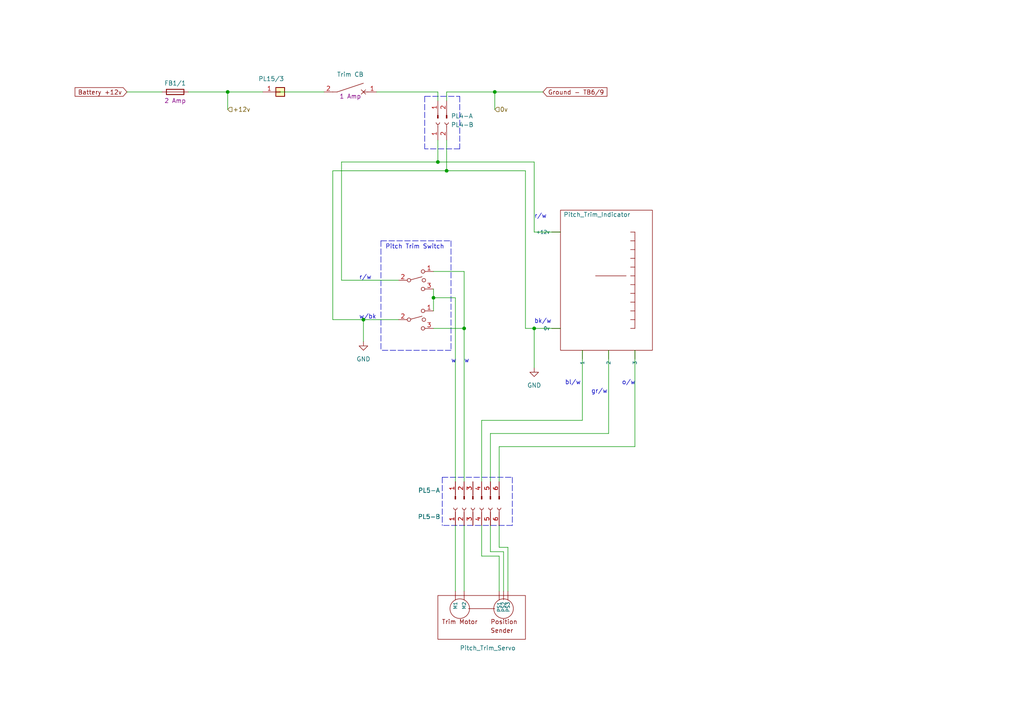
<source format=kicad_sch>
(kicad_sch (version 20211123) (generator eeschema)
  (paper "A4")
  (title_block (title "Europa Trim Circuit") (date "2022-12-22") (rev "2"))
  (lib_symbols
    (symbol "Connector:Conn_01x02_Female" (pin_names (offset 1.016) hide)
      (property "Reference" "J" (at 0 2.54 0))
      (property "Value" "Conn_01x02_Female" (at 0 -5.08 0))
      (symbol "Conn_01x02_Female_1_1"
        (arc (start 0 -2.032) (mid -0.508 -2.54) (end 0 -3.048) (stroke (width 0.1524)))
        (polyline (pts (xy -1.27 -2.54) (xy -0.508 -2.54)) (stroke (width 0.1524)))
        (polyline (pts (xy -1.27 0) (xy -0.508 0)) (stroke (width 0.1524)))
        (arc (start 0 0.508) (mid -0.508 0) (end 0 -0.508) (stroke (width 0.1524)))
        (pin passive line (at -5.08 0 0) (length 3.81) (name "Pin_1") (number "1"))
        (pin passive line (at -5.08 -2.54 0) (length 3.81) (name "Pin_2") (number "2"))
      )
    )
    (symbol "Connector:Conn_01x02_Male" (pin_names (offset 1.016) hide)
      (property "Reference" "J" (at 0 2.54 0))
      (property "Value" "Conn_01x02_Male" (at 0 -5.08 0))
      (symbol "Conn_01x02_Male_1_1"
        (polyline (pts (xy 1.27 -2.54) (xy 0.8636 -2.54)) (stroke (width 0.1524)))
        (polyline (pts (xy 1.27 0) (xy 0.8636 0)) (stroke (width 0.1524)))
        (rectangle (start 0.8636 -2.413) (end 0 -2.667) (stroke (width 0.1524)) (fill (type outline)))
        (rectangle (start 0.8636 0.127) (end 0 -0.127) (stroke (width 0.1524)) (fill (type outline)))
        (pin passive line (at 5.08 0 180) (length 3.81) (name "Pin_1") (number "1"))
        (pin passive line (at 5.08 -2.54 180) (length 3.81) (name "Pin_2") (number "2"))
      )
    )
    (symbol "Connector:Conn_01x06_Female" (pin_names (offset 1.016) hide)
      (property "Reference" "J" (at 0 7.62 0))
      (property "Value" "Conn_01x06_Female" (at 0 -10.16 0))
      (symbol "Conn_01x06_Female_1_1"
        (arc (start 0 -7.112) (mid -0.508 -7.62) (end 0 -8.128) (stroke (width 0.1524)))
        (arc (start 0 -4.572) (mid -0.508 -5.08) (end 0 -5.588) (stroke (width 0.1524)))
        (arc (start 0 -2.032) (mid -0.508 -2.54) (end 0 -3.048) (stroke (width 0.1524)))
        (polyline (pts (xy -1.27 -7.62) (xy -0.508 -7.62)) (stroke (width 0.1524)))
        (polyline (pts (xy -1.27 -5.08) (xy -0.508 -5.08)) (stroke (width 0.1524)))
        (polyline (pts (xy -1.27 -2.54) (xy -0.508 -2.54)) (stroke (width 0.1524)))
        (polyline (pts (xy -1.27 0) (xy -0.508 0)) (stroke (width 0.1524)))
        (polyline (pts (xy -1.27 2.54) (xy -0.508 2.54)) (stroke (width 0.1524)))
        (polyline (pts (xy -1.27 5.08) (xy -0.508 5.08)) (stroke (width 0.1524)))
        (arc (start 0 0.508) (mid -0.508 0) (end 0 -0.508) (stroke (width 0.1524)))
        (arc (start 0 3.048) (mid -0.508 2.54) (end 0 2.032) (stroke (width 0.1524)))
        (arc (start 0 5.588) (mid -0.508 5.08) (end 0 4.572) (stroke (width 0.1524)))
        (pin passive line (at -5.08 5.08 0) (length 3.81) (name "Pin_1") (number "1"))
        (pin passive line (at -5.08 2.54 0) (length 3.81) (name "Pin_2") (number "2"))
        (pin passive line (at -5.08 0 0) (length 3.81) (name "Pin_3") (number "3"))
        (pin passive line (at -5.08 -2.54 0) (length 3.81) (name "Pin_4") (number "4"))
        (pin passive line (at -5.08 -5.08 0) (length 3.81) (name "Pin_5") (number "5"))
        (pin passive line (at -5.08 -7.62 0) (length 3.81) (name "Pin_6") (number "6"))
      )
    )
    (symbol "Connector:Conn_01x06_Male" (pin_names (offset 1.016) hide)
      (property "Reference" "J" (at 0 7.62 0))
      (property "Value" "Conn_01x06_Male" (at 0 -10.16 0))
      (symbol "Conn_01x06_Male_1_1"
        (polyline (pts (xy 1.27 -7.62) (xy 0.8636 -7.62)) (stroke (width 0.1524)))
        (polyline (pts (xy 1.27 -5.08) (xy 0.8636 -5.08)) (stroke (width 0.1524)))
        (polyline (pts (xy 1.27 -2.54) (xy 0.8636 -2.54)) (stroke (width 0.1524)))
        (polyline (pts (xy 1.27 0) (xy 0.8636 0)) (stroke (width 0.1524)))
        (polyline (pts (xy 1.27 2.54) (xy 0.8636 2.54)) (stroke (width 0.1524)))
        (polyline (pts (xy 1.27 5.08) (xy 0.8636 5.08)) (stroke (width 0.1524)))
        (rectangle (start 0.8636 -7.493) (end 0 -7.747) (stroke (width 0.1524)) (fill (type outline)))
        (rectangle (start 0.8636 -4.953) (end 0 -5.207) (stroke (width 0.1524)) (fill (type outline)))
        (rectangle (start 0.8636 -2.413) (end 0 -2.667) (stroke (width 0.1524)) (fill (type outline)))
        (rectangle (start 0.8636 0.127) (end 0 -0.127) (stroke (width 0.1524)) (fill (type outline)))
        (rectangle (start 0.8636 2.667) (end 0 2.413) (stroke (width 0.1524)) (fill (type outline)))
        (rectangle (start 0.8636 5.207) (end 0 4.953) (stroke (width 0.1524)) (fill (type outline)))
        (pin passive line (at 5.08 5.08 180) (length 3.81) (name "Pin_1") (number "1"))
        (pin passive line (at 5.08 2.54 180) (length 3.81) (name "Pin_2") (number "2"))
        (pin passive line (at 5.08 0 180) (length 3.81) (name "Pin_3") (number "3"))
        (pin passive line (at 5.08 -2.54 180) (length 3.81) (name "Pin_4") (number "4"))
        (pin passive line (at 5.08 -5.08 180) (length 3.81) (name "Pin_5") (number "5"))
        (pin passive line (at 5.08 -7.62 180) (length 3.81) (name "Pin_6") (number "6"))
      )
    )
    (symbol "Connector_Generic:Conn_01x01" (pin_names (offset 1.016) hide)
      (property "Reference" "J" (at 0 2.54 0))
      (property "Value" "Conn_01x01" (at 0 -2.54 0))
      (symbol "Conn_01x01_1_1"
        (rectangle (start -1.27 0.127) (end 0 -0.127) (stroke (width 0.1524)))
        (rectangle (start -1.27 1.27) (end 1.27 -1.27) (stroke (width 0.254)) (fill (type background)))
        (pin passive line (at -5.08 0 0) (length 3.81) (name "Pin_1") (number "1"))
      )
    )
    (symbol "Device:CircuitBreaker_1P"
      (property "Reference" "CB" (at 1.905 0 0))
      (property "Value" "CircuitBreaker_1P" (at 1.905 1.905 0))
      (symbol "CircuitBreaker_1P_0_1"
        (polyline (pts (xy 0 -5.08) (xy 0 -3.81)))
        (polyline (pts (xy 0 -3.81) (xy -2.54 3.81)))
      )
      (symbol "CircuitBreaker_1P_1_1"
        (polyline (pts (xy -0.635 4.445) (xy 0.635 3.175)))
        (polyline (pts (xy 0 5.08) (xy 0 3.81)))
        (polyline (pts (xy 0.635 4.445) (xy -0.635 3.175)))
        (pin passive line (at 0 7.62 270) (length 2.54) (name "~") (number "1"))
        (pin passive line (at 0 -7.62 90) (length 2.54) (name "~") (number "2"))
      )
    )
    (symbol "Device:Fuse" (pin_numbers hide) (pin_names (offset 0))
      (property "Reference" "F" (at 2.032 0 90))
      (property "Value" "Fuse" (at -1.905 0 90))
      (symbol "Fuse_0_1"
        (rectangle (start -0.762 -2.54) (end 0.762 2.54) (stroke (width 0.254)))
        (polyline (pts (xy 0 2.54) (xy 0 -2.54)))
      )
      (symbol "Fuse_1_1"
        (pin passive line (at 0 3.81 270) (length 1.27) (name "~") (number "1"))
        (pin passive line (at 0 -3.81 90) (length 1.27) (name "~") (number "2"))
      )
    )
    (symbol "Switch:SW_SPDT_MSM" (pin_names (offset 0) hide)
      (property "Reference" "SW" (at 0 5.08 0))
      (property "Value" "SW_SPDT_MSM" (at 0 -5.08 0))
      (symbol "SW_SPDT_MSM_0_0"
        (circle (center -2.032 0) (radius 0.508))
        (polyline (pts (xy -1.524 0.127) (xy 1.778 1.016)))
        (circle (center 2.032 -2.54) (radius 0.508))
      )
      (symbol "SW_SPDT_MSM_0_1"
        (circle (center 2.032 2.54) (radius 0.508))
        (circle (center 2.286 0) (radius 0.508))
      )
      (symbol "SW_SPDT_MSM_1_1"
        (pin passive line (at 5.08 2.54 180) (length 2.54) (name "1") (number "1"))
        (pin passive line (at -5.08 0 0) (length 2.54) (name "2") (number "2"))
        (pin passive line (at 5.08 -2.54 180) (length 2.54) (name "3") (number "3"))
      )
    )
    (symbol "gary aircraft symbol library:Pitch_Trim_Indicator"
      (property "Reference" "U" (at 0 0 0))
      (property "Value" "Pitch_Trim_Indicator" (at 0 0 0))
      (symbol "Pitch_Trim_Indicator_0_1"
        (rectangle (start -13.97 -6.35) (end 12.7 -46.99))
        (polyline (pts (xy -3.81 -25.4) (xy 5.08 -25.4)))
        (polyline (pts (xy 6.35 -12.7) (xy 7.62 -12.7)))
        (polyline (pts (xy 7.62 -40.64) (xy 6.35 -40.64)))
        (polyline (pts (xy 7.62 -38.1) (xy 6.35 -38.1)))
        (polyline (pts (xy 7.62 -35.56) (xy 6.35 -35.56)))
        (polyline (pts (xy 7.62 -33.02) (xy 6.35 -33.02)))
        (polyline (pts (xy 7.62 -30.48) (xy 6.35 -30.48)))
        (polyline (pts (xy 7.62 -27.94) (xy 6.35 -27.94)))
        (polyline (pts (xy 7.62 -25.4) (xy 6.35 -25.4)))
        (polyline (pts (xy 7.62 -22.86) (xy 6.35 -22.86)))
        (polyline (pts (xy 7.62 -20.32) (xy 6.35 -20.32)))
        (polyline (pts (xy 7.62 -17.78) (xy 6.35 -17.78)))
        (polyline (pts (xy 7.62 -15.24) (xy 6.35 -15.24)))
        (polyline (pts (xy 7.62 -12.7) (xy 7.62 -40.64)))
      )
      (symbol "Pitch_Trim_Indicator_1_1"
        (pin input line (at -13.97 -12.7 180) (length 2.54) (name "+12v") (number ""))
        (pin input line (at -13.97 -40.64 180) (length 2.54) (name "0v") (number ""))
        (pin input line (at -7.62 -46.99 270) (length 2.54) (name "1") (number ""))
        (pin input line (at 0 -46.99 270) (length 2.54) (name "2") (number ""))
        (pin input line (at 7.62 -46.99 270) (length 2.54) (name "3") (number ""))
      )
    )
    (symbol "gary aircraft symbol library:Pitch_Trim_Servo" (pin_numbers hide)
      (property "Reference" "U" (at 0 0 0))
      (property "Value" "Pitch_Trim_Servo" (at 0 0 0))
      (symbol "Pitch_Trim_Servo_0_0"
        (rectangle (start -12.7 -10.16) (end 12.7 -22.86))
        (polyline (pts (xy 3.81 -13.97) (xy -3.81 -13.97)))
        (text "Position" (at 2.54 -17.78 0) (effects (font (size 1.27 1.27)) (justify left)))
        (text "Sender" (at 2.54 -20.32 0) (effects (font (size 1.27 1.27)) (justify left)))
        (text "Trim Motor" (at -6.35 -17.78 0) (effects (font (size 1.27 1.27))))
      )
      (symbol "Pitch_Trim_Servo_0_1"
        (circle (center -6.35 -13.97) (radius 2.8398))
        (circle (center 6.35 -13.97) (radius 2.8398))
      )
      (symbol "Pitch_Trim_Servo_1_1"
        (pin input line (at -7.62 -8.89 270) (length 2.54) (name "M1") (number ""))
        (pin input line (at -5.08 -8.89 270) (length 2.54) (name "M2") (number ""))
        (pin input line (at 5.08 -8.89 270) (length 2.54) (name "PS1") (number ""))
        (pin input line (at 6.35 -8.89 270) (length 2.54) (name "PS2") (number ""))
        (pin input line (at 7.62 -8.89 270) (length 2.54) (name "PS3") (number ""))
      )
    )
    (symbol "power:GND" (power) (pin_names (offset 0))
      (property "Value" "GND" (at 0 -3.81 0))
      (symbol "GND_0_1"
        (polyline (pts (xy 0 0) (xy 0 -1.27) (xy 1.27 -1.27) (xy 0 -2.54) (xy -1.27 -1.27) (xy 0 -1.27)))
      )
      (symbol "GND_1_1"
        (pin power_in line (at 0 0 270) (length 0) hide (name "GND") (number "1"))
      )
    )
  )
  (junction (at 127 46.99))
  (junction (at 129.54 49.53))
  (junction (at 105.41 92.71))
  (junction (at 154.94 95.25))
  (junction (at 143.51 26.67))
  (junction (at 66.04 26.67))
  (junction (at 134.62 95.25))
  (junction (at 125.73 86.36))
  (wire (pts (xy 154.94 95.25) (xy 154.94 106.68)))
  (wire (pts (xy 129.54 29.21) (xy 129.54 26.67)))
  (wire (pts (xy 134.62 95.25) (xy 134.62 139.7)))
  (wire (pts (xy 125.73 86.36) (xy 125.73 90.17)))
  (wire (pts (xy 115.57 92.71) (xy 105.41 92.71)))
  (wire (pts (xy 144.78 152.4) (xy 144.78 158.75)))
  (wire (pts (xy 143.51 26.67) (xy 143.51 31.75)))
  (polyline (pts (xy 130.81 69.85) (xy 130.81 101.6)))
  (polyline (pts (xy 128.27 138.43) (xy 128.27 152.4)))
  (wire (pts (xy 154.94 46.99) (xy 154.94 67.31)))
  (wire (pts (xy 142.24 125.73) (xy 142.24 139.7)))
  (wire (pts (xy 142.24 125.73) (xy 176.53 125.73)))
  (wire (pts (xy 96.52 49.53) (xy 96.52 92.71)))
  (wire (pts (xy 125.73 95.25) (xy 134.62 95.25)))
  (wire (pts (xy 66.04 26.67) (xy 66.04 31.75)))
  (wire (pts (xy 144.78 158.75) (xy 147.32 158.75)))
  (wire (pts (xy 144.78 129.54) (xy 184.15 129.54)))
  (wire (pts (xy 134.62 95.25) (xy 134.62 78.74)))
  (wire (pts (xy 66.04 26.67) (xy 76.2 26.67)))
  (polyline (pts (xy 110.49 69.85) (xy 110.49 101.6)))
  (polyline (pts (xy 130.81 101.6) (xy 110.49 101.6)))
  (polyline (pts (xy 128.27 138.43) (xy 148.59 138.43)))
  (wire (pts (xy 134.62 152.4) (xy 134.62 171.45)))
  (wire (pts (xy 99.06 46.99) (xy 127 46.99)))
  (wire (pts (xy 142.24 160.02) (xy 146.05 160.02)))
  (wire (pts (xy 129.54 26.67) (xy 143.51 26.67)))
  (polyline (pts (xy 148.59 152.4) (xy 128.27 152.4)))
  (wire (pts (xy 139.7 161.29) (xy 144.78 161.29)))
  (wire (pts (xy 105.41 92.71) (xy 105.41 99.06)))
  (wire (pts (xy 134.62 78.74) (xy 125.73 78.74)))
  (wire (pts (xy 96.52 92.71) (xy 105.41 92.71)))
  (polyline (pts (xy 148.59 138.43) (xy 148.59 152.4)))
  (wire (pts (xy 129.54 49.53) (xy 96.52 49.53)))
  (wire (pts (xy 139.7 121.92) (xy 139.7 139.7)))
  (polyline (pts (xy 110.49 69.85) (xy 130.81 69.85)))
  (wire (pts (xy 184.15 101.6) (xy 184.15 129.54)))
  (polyline (pts (xy 133.35 43.18) (xy 123.19 43.18)))
  (wire (pts (xy 152.4 49.53) (xy 152.4 95.25)))
  (wire (pts (xy 132.08 152.4) (xy 132.08 171.45)))
  (wire (pts (xy 129.54 40.64) (xy 129.54 49.53)))
  (wire (pts (xy 143.51 26.67) (xy 157.48 26.67)))
  (wire (pts (xy 142.24 152.4) (xy 142.24 160.02)))
  (wire (pts (xy 54.61 26.67) (xy 66.04 26.67)))
  (wire (pts (xy 146.05 160.02) (xy 146.05 171.45)))
  (polyline (pts (xy 123.19 27.94) (xy 133.35 27.94)))
  (wire (pts (xy 132.08 86.36) (xy 125.73 86.36)))
  (wire (pts (xy 144.78 161.29) (xy 144.78 171.45)))
  (wire (pts (xy 129.54 49.53) (xy 152.4 49.53)))
  (wire (pts (xy 81.28 26.67) (xy 93.98 26.67)))
  (wire (pts (xy 152.4 95.25) (xy 154.94 95.25)))
  (wire (pts (xy 144.78 129.54) (xy 144.78 139.7)))
  (wire (pts (xy 36.83 26.67) (xy 46.99 26.67)))
  (polyline (pts (xy 123.19 27.94) (xy 123.19 43.18)))
  (polyline (pts (xy 133.35 27.94) (xy 133.35 43.18)))
  (wire (pts (xy 176.53 101.6) (xy 176.53 125.73)))
  (wire (pts (xy 127 26.67) (xy 127 29.21)))
  (wire (pts (xy 115.57 81.28) (xy 99.06 81.28)))
  (wire (pts (xy 168.91 121.92) (xy 168.91 101.6)))
  (wire (pts (xy 127 46.99) (xy 154.94 46.99)))
  (wire (pts (xy 162.56 95.25) (xy 154.94 95.25)))
  (wire (pts (xy 125.73 83.82) (xy 125.73 86.36)))
  (wire (pts (xy 147.32 158.75) (xy 147.32 171.45)))
  (wire (pts (xy 127 40.64) (xy 127 46.99)))
  (wire (pts (xy 139.7 152.4) (xy 139.7 161.29)))
  (wire (pts (xy 99.06 81.28) (xy 99.06 46.99)))
  (wire (pts (xy 139.7 121.92) (xy 168.91 121.92)))
  (wire (pts (xy 132.08 86.36) (xy 132.08 139.7)))
  (wire (pts (xy 109.22 26.67) (xy 127 26.67)))
  (wire (pts (xy 154.94 67.31) (xy 162.56 67.31)))
  (text "w/bk\n" (at 104.14 92.71 0) (effects (font (size 1.27 1.27)) (justify left bottom)))
  (text "bk/w" (at 154.94 93.98 0) (effects (font (size 1.27 1.27)) (justify left bottom)))
  (text "gr/w" (at 171.45 114.3 0) (effects (font (size 1.27 1.27)) (justify left bottom)))
  (text "w" (at 134.62 105.41 0) (effects (font (size 1.27 1.27)) (justify left bottom)))
  (text "bl/w" (at 163.83 111.76 0) (effects (font (size 1.27 1.27)) (justify left bottom)))
  (text "Pitch Trim Switch" (at 111.76 72.39 0) (effects (font (size 1.27 1.27)) (justify left bottom)))
  (text "r/w" (at 104.14 81.28 0) (effects (font (size 1.27 1.27)) (justify left bottom)))
  (text "r/w\n" (at 154.94 63.5 0) (effects (font (size 1.27 1.27)) (justify left bottom)))
  (text "w" (at 130.81 105.41 0) (effects (font (size 1.27 1.27)) (justify left bottom)))
  (text "o/w" (at 180.34 111.76 0) (effects (font (size 1.27 1.27)) (justify left bottom)))
  (global_label "Ground - TB6{slash}9" (shape input) (at 157.48 26.67 0) (property "Intersheet References" "${INTERSHEET_REFS}" (effects hide)))
  (global_label "Battery +12v" (shape input) (at 36.83 26.67 180) (property "Intersheet References" "${INTERSHEET_REFS}" (effects hide)))
  (hierarchical_label "+12v" (shape input) (at 66.04 31.75 0))
  (hierarchical_label "0v" (shape input) (at 143.51 31.75 0))
  (symbol (lib_id "Connector:Conn_01x06_Male") (at 137.16 144.78 90) (unit 1)
    (property "Reference" "J?" (effects hide))
    (property "Value" "PL5-B" (at 124.46 149.86 90))
  )
  (symbol (lib_id "Connector:Conn_01x06_Female") (at 137.16 147.32 90) (unit 1)
    (property "Reference" "J?" (effects hide))
    (property "Value" "PL5-A" (at 124.46 142.24 90))
  )
  (symbol (lib_id "Switch:SW_SPDT_MSM") (at 120.65 92.71 0) (unit 1)
    (property "Reference" "SW?" (effects hide))
    (property "Value" "SW_SPDT_MSM" (effects hide))
  )
  (symbol (lib_id "gary aircraft symbol library:Pitch_Trim_Servo") (at 139.7 162.56 0) (unit 1)
    (property "Reference" "U?" (effects hide))
    (property "Value" "Pitch_Trim_Servo" (at 133.35 187.96 0) (effects (justify left)))
  )
  (symbol (lib_id "Device:CircuitBreaker_1P") (at 101.6 26.67 270) (unit 1)
    (property "Reference" "CB?" (effects hide))
    (property "Value" "Trim CB" (at 101.6 21.59 90))
    (property "Rating" "1 Amp" (at 101.6 27.94 90))
  )
  (symbol (lib_id "Connector_Generic:Conn_01x01") (at 81.28 26.67 0) (unit 1)
    (property "Reference" "J?" (effects hide))
    (property "Value" "PL15/3" (at 74.93 22.86 0) (effects (justify left)))
  )
  (symbol (lib_id "gary aircraft symbol library:Pitch_Trim_Indicator") (at 176.53 54.61 0) (unit 1)
    (property "Reference" "U?" (effects hide))
    (property "Value" "Pitch_Trim_Indicator" (at 182.88 62.23 0) (effects (justify right)))
  )
  (symbol (lib_id "Switch:SW_SPDT_MSM") (at 120.65 81.28 0) (unit 1)
    (property "Reference" "SW?" (effects hide))
    (property "Value" "SW_SPDT_MSM" (effects hide))
  )
  (symbol (lib_id "Connector:Conn_01x02_Male") (at 127 34.29 90) (unit 1)
    (property "Reference" "J?" (effects hide))
    (property "Value" "PL4-A" (at 130.81 33.6549 90) (effects (justify right)))
  )
  (symbol (lib_id "Device:Fuse") (at 50.8 26.67 90) (unit 1)
    (property "Reference" "FB1/1" (at 50.8 24.13 90))
    (property "Value" "Fuse" (effects hide))
    (property "Rating" "2 Amp" (at 50.8 29.21 90))
  )
  (symbol (lib_id "power:GND") (at 154.94 106.68 0) (unit 1)
    (property "Reference" "#PWR?" (effects hide))
    (property "Value" "GND" (at 154.94 111.76 0))
  )
  (symbol (lib_id "Connector:Conn_01x02_Female") (at 127 35.56 90) (unit 1)
    (property "Reference" "J?" (effects hide))
    (property "Value" "PL4-B" (at 130.81 36.1949 90) (effects (justify right)))
  )
  (symbol (lib_id "power:GND") (at 105.41 99.06 0) (unit 1)
    (property "Reference" "#PWR?" (effects hide))
    (property "Value" "GND" (at 105.41 104.14 0))
  )
)
</source>
